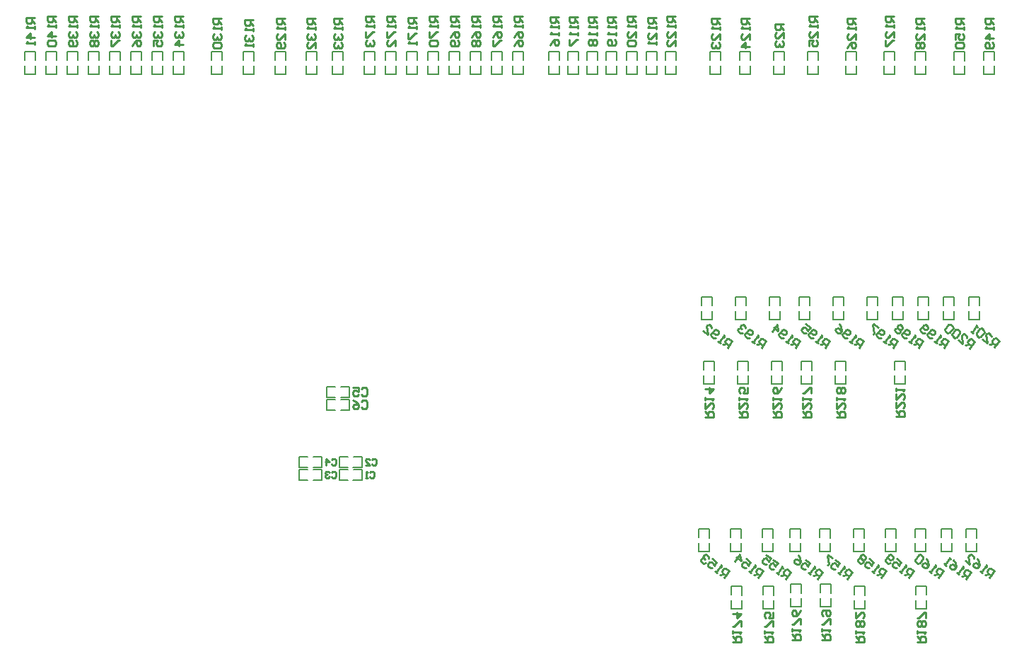
<source format=gbo>
G04*
G04 #@! TF.GenerationSoftware,Altium Limited,Altium Designer,22.3.1 (43)*
G04*
G04 Layer_Color=32896*
%FSLAX25Y25*%
%MOIN*%
G70*
G04*
G04 #@! TF.SameCoordinates,60FF7B14-72D9-4FEE-8752-AF75FF6C3092*
G04*
G04*
G04 #@! TF.FilePolarity,Positive*
G04*
G01*
G75*
%ADD11C,0.01000*%
%ADD12C,0.00500*%
D11*
X483001Y173336D02*
X486999D01*
Y175335D01*
X486333Y176001D01*
X485000D01*
X484334Y175335D01*
Y173336D01*
Y174668D02*
X483001Y176001D01*
Y180000D02*
Y177334D01*
X485666Y180000D01*
X486333D01*
X486999Y179333D01*
Y178001D01*
X486333Y177334D01*
X483001Y183999D02*
Y181333D01*
X485666Y183999D01*
X486333D01*
X486999Y183332D01*
Y181999D01*
X486333Y181333D01*
X483001Y185332D02*
Y186664D01*
Y185998D01*
X486999D01*
X486333Y185332D01*
X455001Y173002D02*
X458999D01*
Y175002D01*
X458333Y175668D01*
X457000D01*
X456333Y175002D01*
Y173002D01*
Y174335D02*
X455001Y175668D01*
Y179667D02*
Y177001D01*
X457666Y179667D01*
X458333D01*
X458999Y179000D01*
Y177667D01*
X458333Y177001D01*
X455001Y181000D02*
Y182333D01*
Y181666D01*
X458999D01*
X458333Y181000D01*
Y184332D02*
X458999Y184998D01*
Y186331D01*
X458333Y186998D01*
X457666D01*
X457000Y186331D01*
X456333Y186998D01*
X455667D01*
X455001Y186331D01*
Y184998D01*
X455667Y184332D01*
X456333D01*
X457000Y184998D01*
X457666Y184332D01*
X458333D01*
X457000Y184998D02*
Y186331D01*
X439001Y173002D02*
X442999D01*
Y175002D01*
X442333Y175668D01*
X441000D01*
X440334Y175002D01*
Y173002D01*
Y174335D02*
X439001Y175668D01*
Y179667D02*
Y177001D01*
X441666Y179667D01*
X442333D01*
X442999Y179000D01*
Y177667D01*
X442333Y177001D01*
X439001Y181000D02*
Y182333D01*
Y181666D01*
X442999D01*
X442333Y181000D01*
X442999Y184332D02*
Y186998D01*
X442333D01*
X439667Y184332D01*
X439001D01*
X425001Y173002D02*
X428999D01*
Y175002D01*
X428333Y175668D01*
X427000D01*
X426334Y175002D01*
Y173002D01*
Y174335D02*
X425001Y175668D01*
Y179667D02*
Y177001D01*
X427666Y179667D01*
X428333D01*
X428999Y179000D01*
Y177667D01*
X428333Y177001D01*
X425001Y181000D02*
Y182333D01*
Y181666D01*
X428999D01*
X428333Y181000D01*
X428999Y186998D02*
X428333Y185665D01*
X427000Y184332D01*
X425667D01*
X425001Y184998D01*
Y186331D01*
X425667Y186998D01*
X426334D01*
X427000Y186331D01*
Y184332D01*
X409001Y173002D02*
X412999D01*
Y175002D01*
X412333Y175668D01*
X411000D01*
X410333Y175002D01*
Y173002D01*
Y174335D02*
X409001Y175668D01*
Y179667D02*
Y177001D01*
X411666Y179667D01*
X412333D01*
X412999Y179000D01*
Y177667D01*
X412333Y177001D01*
X409001Y181000D02*
Y182333D01*
Y181666D01*
X412999D01*
X412333Y181000D01*
X412999Y186998D02*
Y184332D01*
X411000D01*
X411666Y185665D01*
Y186331D01*
X411000Y186998D01*
X409667D01*
X409001Y186331D01*
Y184998D01*
X409667Y184332D01*
X393001Y173002D02*
X396999D01*
Y175002D01*
X396333Y175668D01*
X395000D01*
X394334Y175002D01*
Y173002D01*
Y174335D02*
X393001Y175668D01*
Y179667D02*
Y177001D01*
X395666Y179667D01*
X396333D01*
X396999Y179000D01*
Y177667D01*
X396333Y177001D01*
X393001Y181000D02*
Y182333D01*
Y181666D01*
X396999D01*
X396333Y181000D01*
X393001Y186331D02*
X396999D01*
X395000Y184332D01*
Y186998D01*
X529312Y205940D02*
X531606Y209215D01*
X529968Y210362D01*
X529040Y210198D01*
X528275Y209106D01*
X528439Y208178D01*
X530077Y207031D01*
X528985Y207796D02*
X527129Y207469D01*
X523853Y209762D02*
X526037Y208233D01*
X525382Y211946D01*
X525765Y212492D01*
X526693Y212655D01*
X527784Y211891D01*
X527948Y210963D01*
X524673Y213256D02*
X524509Y214185D01*
X523417Y214949D01*
X522489Y214785D01*
X520960Y212602D01*
X521124Y211673D01*
X522215Y210909D01*
X523144Y211073D01*
X524673Y213256D01*
X519486Y212820D02*
X518394Y213585D01*
X518940Y213203D01*
X521233Y216478D01*
X521397Y215550D01*
X517858Y205557D02*
X520152Y208833D01*
X518514Y209980D01*
X517586Y209816D01*
X516821Y208724D01*
X516985Y207796D01*
X518623Y206649D01*
X517531Y207414D02*
X515675Y207086D01*
X512399Y209380D02*
X514583Y207851D01*
X513928Y211564D01*
X514310Y212110D01*
X515239Y212273D01*
X516330Y211509D01*
X516494Y210580D01*
X513219Y212874D02*
X513055Y213802D01*
X511963Y214567D01*
X511035Y214403D01*
X509506Y212220D01*
X509669Y211291D01*
X510761Y210527D01*
X511690Y210690D01*
X513219Y212874D01*
X509943Y215168D02*
X509779Y216096D01*
X508687Y216860D01*
X507759Y216697D01*
X506230Y214513D01*
X506394Y213585D01*
X507486Y212820D01*
X508414Y212984D01*
X509943Y215168D01*
X505585Y205749D02*
X507879Y209024D01*
X506241Y210171D01*
X505313Y210007D01*
X504549Y208915D01*
X504712Y207987D01*
X506350Y206840D01*
X505258Y207605D02*
X503402Y207277D01*
X502310Y208042D02*
X501218Y208807D01*
X501764Y208424D01*
X504058Y211700D01*
X504221Y210772D01*
X499963Y210499D02*
X499034Y210336D01*
X497942Y211100D01*
X497779Y212028D01*
X499308Y214212D01*
X500236Y214376D01*
X501328Y213611D01*
X501491Y212683D01*
X501109Y212137D01*
X500181Y211973D01*
X498543Y213120D01*
X496687Y212793D02*
X495759Y212629D01*
X494667Y213394D01*
X494503Y214322D01*
X496032Y216506D01*
X496960Y216669D01*
X498052Y215905D01*
X498216Y214977D01*
X497834Y214431D01*
X496906Y214267D01*
X495268Y215414D01*
X493585Y205749D02*
X495879Y209024D01*
X494241Y210171D01*
X493313Y210007D01*
X492549Y208915D01*
X492712Y207987D01*
X494350Y206840D01*
X493258Y207605D02*
X491402Y207277D01*
X490310Y208042D02*
X489218Y208807D01*
X489764Y208424D01*
X492058Y211700D01*
X492221Y210772D01*
X487962Y210499D02*
X487034Y210336D01*
X485943Y211100D01*
X485779Y212028D01*
X487308Y214212D01*
X488236Y214376D01*
X489328Y213611D01*
X489492Y212683D01*
X489109Y212137D01*
X488181Y211973D01*
X486543Y213120D01*
X486216Y214977D02*
X486052Y215905D01*
X484961Y216669D01*
X484032Y216506D01*
X483650Y215960D01*
X483814Y215032D01*
X482886Y214868D01*
X482503Y214322D01*
X482667Y213394D01*
X483759Y212629D01*
X484687Y212793D01*
X485069Y213339D01*
X484905Y214267D01*
X485834Y214431D01*
X486216Y214977D01*
X484905Y214267D02*
X483814Y215032D01*
X481585Y205749D02*
X483879Y209024D01*
X482241Y210171D01*
X481313Y210007D01*
X480548Y208915D01*
X480712Y207987D01*
X482350Y206840D01*
X481258Y207605D02*
X479402Y207277D01*
X478310Y208042D02*
X477218Y208807D01*
X477764Y208424D01*
X480057Y211700D01*
X480221Y210772D01*
X475962Y210499D02*
X475034Y210336D01*
X473943Y211100D01*
X473779Y212028D01*
X475308Y214212D01*
X476236Y214376D01*
X477328Y213611D01*
X477492Y212683D01*
X477109Y212137D01*
X476181Y211973D01*
X474543Y213120D01*
X474598Y215523D02*
X472414Y217052D01*
X472032Y216506D01*
X472687Y212793D01*
X472305Y212247D01*
X465585Y205749D02*
X467879Y209024D01*
X466241Y210171D01*
X465313Y210007D01*
X464548Y208915D01*
X464712Y207987D01*
X466350Y206840D01*
X465258Y207605D02*
X463402Y207277D01*
X462310Y208042D02*
X461218Y208807D01*
X461764Y208424D01*
X464057Y211700D01*
X464221Y210772D01*
X459963Y210499D02*
X459034Y210336D01*
X457942Y211100D01*
X457779Y212028D01*
X459308Y214212D01*
X460236Y214376D01*
X461328Y213611D01*
X461491Y212683D01*
X461109Y212137D01*
X460181Y211973D01*
X458543Y213120D01*
X456415Y217052D02*
X457124Y215741D01*
X457451Y213885D01*
X456687Y212793D01*
X455759Y212629D01*
X454667Y213394D01*
X454503Y214322D01*
X454885Y214868D01*
X455814Y215032D01*
X457451Y213885D01*
X449585Y205749D02*
X451879Y209024D01*
X450241Y210171D01*
X449313Y210007D01*
X448549Y208915D01*
X448712Y207987D01*
X450350Y206840D01*
X449258Y207605D02*
X447402Y207277D01*
X446310Y208042D02*
X445218Y208807D01*
X445764Y208424D01*
X448058Y211700D01*
X448221Y210772D01*
X443962Y210499D02*
X443034Y210336D01*
X441943Y211100D01*
X441779Y212028D01*
X443308Y214212D01*
X444236Y214376D01*
X445328Y213611D01*
X445492Y212683D01*
X445109Y212137D01*
X444181Y211973D01*
X442543Y213120D01*
X440414Y217052D02*
X442598Y215523D01*
X441452Y213885D01*
X440742Y215195D01*
X440196Y215577D01*
X439268Y215414D01*
X438503Y214322D01*
X438667Y213394D01*
X439759Y212629D01*
X440687Y212793D01*
X435585Y205749D02*
X437879Y209024D01*
X436241Y210171D01*
X435313Y210007D01*
X434549Y208915D01*
X434712Y207987D01*
X436350Y206840D01*
X435258Y207605D02*
X433402Y207277D01*
X432310Y208042D02*
X431218Y208807D01*
X431764Y208424D01*
X434058Y211700D01*
X434221Y210772D01*
X429962Y210499D02*
X429034Y210336D01*
X427943Y211100D01*
X427779Y212028D01*
X429308Y214212D01*
X430236Y214376D01*
X431328Y213611D01*
X431492Y212683D01*
X431109Y212137D01*
X430181Y211973D01*
X428543Y213120D01*
X424667Y213394D02*
X426961Y216669D01*
X427452Y213885D01*
X425268Y215414D01*
X419585Y205749D02*
X421879Y209024D01*
X420241Y210171D01*
X419313Y210007D01*
X418548Y208915D01*
X418712Y207987D01*
X420350Y206840D01*
X419258Y207605D02*
X417402Y207277D01*
X416310Y208042D02*
X415218Y208807D01*
X415764Y208424D01*
X418057Y211700D01*
X418221Y210772D01*
X413963Y210499D02*
X413034Y210336D01*
X411942Y211100D01*
X411779Y212028D01*
X413308Y214212D01*
X414236Y214376D01*
X415328Y213611D01*
X415491Y212683D01*
X415109Y212137D01*
X414181Y211973D01*
X412543Y213120D01*
X412216Y214977D02*
X412052Y215905D01*
X410960Y216669D01*
X410032Y216506D01*
X409650Y215960D01*
X409814Y215032D01*
X410360Y214649D01*
X409814Y215032D01*
X408885Y214868D01*
X408503Y214322D01*
X408667Y213394D01*
X409759Y212629D01*
X410687Y212793D01*
X403585Y205749D02*
X405879Y209024D01*
X404241Y210171D01*
X403313Y210007D01*
X402549Y208915D01*
X402712Y207987D01*
X404350Y206840D01*
X403258Y207605D02*
X401402Y207277D01*
X400310Y208042D02*
X399218Y208807D01*
X399764Y208424D01*
X402058Y211700D01*
X402221Y210772D01*
X397962Y210499D02*
X397034Y210336D01*
X395942Y211100D01*
X395779Y212028D01*
X397308Y214212D01*
X398236Y214376D01*
X399328Y213611D01*
X399492Y212683D01*
X399109Y212137D01*
X398181Y211973D01*
X396543Y213120D01*
X392121Y213776D02*
X394305Y212247D01*
X393650Y215960D01*
X394032Y216506D01*
X394960Y216669D01*
X396052Y215905D01*
X396216Y214977D01*
X493001Y67002D02*
X496999D01*
Y69002D01*
X496333Y69668D01*
X495000D01*
X494334Y69002D01*
Y67002D01*
Y68335D02*
X493001Y69668D01*
Y71001D02*
Y72334D01*
Y71667D01*
X496999D01*
X496333Y71001D01*
Y74333D02*
X496999Y75000D01*
Y76333D01*
X496333Y76999D01*
X495666D01*
X495000Y76333D01*
X494334Y76999D01*
X493667D01*
X493001Y76333D01*
Y75000D01*
X493667Y74333D01*
X494334D01*
X495000Y75000D01*
X495666Y74333D01*
X496333D01*
X495000Y75000D02*
Y76333D01*
X496999Y78332D02*
Y80998D01*
X496333D01*
X493667Y78332D01*
X493001D01*
X464001Y67002D02*
X467999D01*
Y69002D01*
X467333Y69668D01*
X466000D01*
X465334Y69002D01*
Y67002D01*
Y68335D02*
X464001Y69668D01*
Y71001D02*
Y72334D01*
Y71667D01*
X467999D01*
X467333Y71001D01*
Y74333D02*
X467999Y75000D01*
Y76333D01*
X467333Y76999D01*
X466666D01*
X466000Y76333D01*
X465334Y76999D01*
X464667D01*
X464001Y76333D01*
Y75000D01*
X464667Y74333D01*
X465334D01*
X466000Y75000D01*
X466666Y74333D01*
X467333D01*
X466000Y75000D02*
Y76333D01*
X464001Y80998D02*
Y78332D01*
X466666Y80998D01*
X467333D01*
X467999Y80331D01*
Y78998D01*
X467333Y78332D01*
X448001Y68002D02*
X451999D01*
Y70002D01*
X451333Y70668D01*
X450000D01*
X449334Y70002D01*
Y68002D01*
Y69335D02*
X448001Y70668D01*
Y72001D02*
Y73334D01*
Y72667D01*
X451999D01*
X451333Y72001D01*
X451999Y75333D02*
Y77999D01*
X451333D01*
X448667Y75333D01*
X448001D01*
X448667Y79332D02*
X448001Y79998D01*
Y81331D01*
X448667Y81998D01*
X451333D01*
X451999Y81331D01*
Y79998D01*
X451333Y79332D01*
X450666D01*
X450000Y79998D01*
Y81998D01*
X434001Y68002D02*
X437999D01*
Y70002D01*
X437333Y70668D01*
X436000D01*
X435333Y70002D01*
Y68002D01*
Y69335D02*
X434001Y70668D01*
Y72001D02*
Y73334D01*
Y72667D01*
X437999D01*
X437333Y72001D01*
X437999Y75333D02*
Y77999D01*
X437333D01*
X434667Y75333D01*
X434001D01*
X437999Y81998D02*
X437333Y80665D01*
X436000Y79332D01*
X434667D01*
X434001Y79998D01*
Y81331D01*
X434667Y81998D01*
X435333D01*
X436000Y81331D01*
Y79332D01*
X421001Y67002D02*
X424999D01*
Y69002D01*
X424333Y69668D01*
X423000D01*
X422333Y69002D01*
Y67002D01*
Y68335D02*
X421001Y69668D01*
Y71001D02*
Y72334D01*
Y71667D01*
X424999D01*
X424333Y71001D01*
X424999Y74333D02*
Y76999D01*
X424333D01*
X421667Y74333D01*
X421001D01*
X424999Y80998D02*
Y78332D01*
X423000D01*
X423666Y79665D01*
Y80331D01*
X423000Y80998D01*
X421667D01*
X421001Y80331D01*
Y78998D01*
X421667Y78332D01*
X406001Y67002D02*
X409999D01*
Y69002D01*
X409333Y69668D01*
X408000D01*
X407334Y69002D01*
Y67002D01*
Y68335D02*
X406001Y69668D01*
Y71001D02*
Y72334D01*
Y71667D01*
X409999D01*
X409333Y71001D01*
X409999Y74333D02*
Y76999D01*
X409333D01*
X406667Y74333D01*
X406001D01*
Y80331D02*
X409999D01*
X408000Y78332D01*
Y80998D01*
X236999Y361998D02*
X233001D01*
Y359998D01*
X233667Y359332D01*
X235000D01*
X235666Y359998D01*
Y361998D01*
Y360665D02*
X236999Y359332D01*
Y357999D02*
Y356666D01*
Y357333D01*
X233001D01*
X233667Y357999D01*
X233001Y354667D02*
Y352001D01*
X233667D01*
X236333Y354667D01*
X236999D01*
X233667Y350668D02*
X233001Y350002D01*
Y348669D01*
X233667Y348002D01*
X234333D01*
X235000Y348669D01*
Y349335D01*
Y348669D01*
X235666Y348002D01*
X236333D01*
X236999Y348669D01*
Y350002D01*
X236333Y350668D01*
X246999Y361998D02*
X243001D01*
Y359998D01*
X243667Y359332D01*
X245000D01*
X245666Y359998D01*
Y361998D01*
Y360665D02*
X246999Y359332D01*
Y357999D02*
Y356666D01*
Y357333D01*
X243001D01*
X243667Y357999D01*
X243001Y354667D02*
Y352001D01*
X243667D01*
X246333Y354667D01*
X246999D01*
Y348002D02*
Y350668D01*
X244334Y348002D01*
X243667D01*
X243001Y348669D01*
Y350002D01*
X243667Y350668D01*
X256999Y361331D02*
X253001D01*
Y359332D01*
X253667Y358665D01*
X255000D01*
X255666Y359332D01*
Y361331D01*
Y359998D02*
X256999Y358665D01*
Y357333D02*
Y356000D01*
Y356666D01*
X253001D01*
X253667Y357333D01*
X253001Y354000D02*
Y351335D01*
X253667D01*
X256333Y354000D01*
X256999D01*
Y350002D02*
Y348669D01*
Y349335D01*
X253001D01*
X253667Y350002D01*
X266999Y361998D02*
X263001D01*
Y359998D01*
X263667Y359332D01*
X265000D01*
X265666Y359998D01*
Y361998D01*
Y360665D02*
X266999Y359332D01*
Y357999D02*
Y356666D01*
Y357333D01*
X263001D01*
X263667Y357999D01*
X263001Y354667D02*
Y352001D01*
X263667D01*
X266333Y354667D01*
X266999D01*
X263667Y350668D02*
X263001Y350002D01*
Y348669D01*
X263667Y348002D01*
X266333D01*
X266999Y348669D01*
Y350002D01*
X266333Y350668D01*
X263667D01*
X276999Y361998D02*
X273001D01*
Y359998D01*
X273667Y359332D01*
X275000D01*
X275666Y359998D01*
Y361998D01*
Y360665D02*
X276999Y359332D01*
Y357999D02*
Y356666D01*
Y357333D01*
X273001D01*
X273667Y357999D01*
X273001Y352001D02*
X273667Y353334D01*
X275000Y354667D01*
X276333D01*
X276999Y354000D01*
Y352667D01*
X276333Y352001D01*
X275666D01*
X275000Y352667D01*
Y354667D01*
X276333Y350668D02*
X276999Y350002D01*
Y348669D01*
X276333Y348002D01*
X273667D01*
X273001Y348669D01*
Y350002D01*
X273667Y350668D01*
X274334D01*
X275000Y350002D01*
Y348002D01*
X286999Y361998D02*
X283001D01*
Y359998D01*
X283667Y359332D01*
X285000D01*
X285666Y359998D01*
Y361998D01*
Y360665D02*
X286999Y359332D01*
Y357999D02*
Y356666D01*
Y357333D01*
X283001D01*
X283667Y357999D01*
X283001Y352001D02*
X283667Y353334D01*
X285000Y354667D01*
X286333D01*
X286999Y354000D01*
Y352667D01*
X286333Y352001D01*
X285666D01*
X285000Y352667D01*
Y354667D01*
X283667Y350668D02*
X283001Y350002D01*
Y348669D01*
X283667Y348002D01*
X284333D01*
X285000Y348669D01*
X285666Y348002D01*
X286333D01*
X286999Y348669D01*
Y350002D01*
X286333Y350668D01*
X285666D01*
X285000Y350002D01*
X284333Y350668D01*
X283667D01*
X285000Y350002D02*
Y348669D01*
X296999Y361998D02*
X293001D01*
Y359998D01*
X293667Y359332D01*
X295000D01*
X295666Y359998D01*
Y361998D01*
Y360665D02*
X296999Y359332D01*
Y357999D02*
Y356666D01*
Y357333D01*
X293001D01*
X293667Y357999D01*
X293001Y352001D02*
X293667Y353334D01*
X295000Y354667D01*
X296333D01*
X296999Y354000D01*
Y352667D01*
X296333Y352001D01*
X295666D01*
X295000Y352667D01*
Y354667D01*
X293001Y350668D02*
Y348002D01*
X293667D01*
X296333Y350668D01*
X296999D01*
X306999Y361998D02*
X303001D01*
Y359998D01*
X303667Y359332D01*
X305000D01*
X305666Y359998D01*
Y361998D01*
Y360665D02*
X306999Y359332D01*
Y357999D02*
Y356666D01*
Y357333D01*
X303001D01*
X303667Y357999D01*
X303001Y352001D02*
X303667Y353334D01*
X305000Y354667D01*
X306333D01*
X306999Y354000D01*
Y352667D01*
X306333Y352001D01*
X305666D01*
X305000Y352667D01*
Y354667D01*
X303001Y348002D02*
X303667Y349335D01*
X305000Y350668D01*
X306333D01*
X306999Y350002D01*
Y348669D01*
X306333Y348002D01*
X305666D01*
X305000Y348669D01*
Y350668D01*
X527160Y97348D02*
X529454Y100624D01*
X527816Y101771D01*
X526888Y101607D01*
X526123Y100515D01*
X526287Y99587D01*
X527925Y98440D01*
X526833Y99205D02*
X524976Y98878D01*
X523885Y99642D02*
X522793Y100407D01*
X523339Y100024D01*
X525632Y103300D01*
X525796Y102372D01*
X521265Y106358D02*
X521975Y105048D01*
X522302Y103191D01*
X521537Y102099D01*
X520609Y101936D01*
X519517Y102700D01*
X519354Y103628D01*
X519736Y104174D01*
X520664Y104338D01*
X522302Y103191D01*
X515696Y105376D02*
X517879Y103847D01*
X517225Y107560D01*
X517607Y108106D01*
X518535Y108269D01*
X519627Y107505D01*
X519791Y106577D01*
X516114Y96731D02*
X518408Y100006D01*
X516770Y101153D01*
X515842Y100989D01*
X515077Y99898D01*
X515241Y98969D01*
X516879Y97823D01*
X515787Y98587D02*
X513931Y98260D01*
X512839Y99024D02*
X511747Y99789D01*
X512293Y99407D01*
X514586Y102682D01*
X514750Y101754D01*
X510219Y105740D02*
X510929Y104430D01*
X511256Y102573D01*
X510491Y101481D01*
X509563Y101318D01*
X508471Y102082D01*
X508308Y103011D01*
X508690Y103557D01*
X509618Y103720D01*
X511256Y102573D01*
X506834Y103229D02*
X505742Y103994D01*
X506288Y103611D01*
X508581Y106887D01*
X508745Y105959D01*
X503160Y97348D02*
X505454Y100624D01*
X503816Y101771D01*
X502888Y101607D01*
X502123Y100515D01*
X502287Y99587D01*
X503925Y98440D01*
X502833Y99205D02*
X500977Y98878D01*
X499885Y99642D02*
X498793Y100407D01*
X499339Y100024D01*
X501632Y103300D01*
X501796Y102372D01*
X497265Y106358D02*
X497974Y105048D01*
X498302Y103191D01*
X497537Y102099D01*
X496609Y101936D01*
X495517Y102700D01*
X495354Y103628D01*
X495736Y104174D01*
X496664Y104338D01*
X498302Y103191D01*
X495791Y106577D02*
X495627Y107505D01*
X494535Y108269D01*
X493607Y108106D01*
X492078Y105922D01*
X492242Y104994D01*
X493334Y104229D01*
X494262Y104393D01*
X495791Y106577D01*
X489160Y97348D02*
X491454Y100624D01*
X489816Y101771D01*
X488888Y101607D01*
X488123Y100515D01*
X488287Y99587D01*
X489925Y98440D01*
X488833Y99205D02*
X486976Y98878D01*
X485885Y99642D02*
X484793Y100407D01*
X485339Y100024D01*
X487632Y103300D01*
X487796Y102372D01*
X483265Y106358D02*
X485449Y104829D01*
X484302Y103191D01*
X483592Y104502D01*
X483046Y104884D01*
X482118Y104720D01*
X481354Y103628D01*
X481517Y102700D01*
X482609Y101936D01*
X483537Y102099D01*
X480262Y104393D02*
X479334Y104229D01*
X478242Y104994D01*
X478078Y105922D01*
X479607Y108106D01*
X480535Y108269D01*
X481627Y107505D01*
X481791Y106577D01*
X481409Y106031D01*
X480480Y105867D01*
X478843Y107014D01*
X476160Y97348D02*
X478454Y100624D01*
X476816Y101771D01*
X475888Y101607D01*
X475123Y100515D01*
X475287Y99587D01*
X476925Y98440D01*
X475833Y99205D02*
X473977Y98878D01*
X472885Y99642D02*
X471793Y100407D01*
X472339Y100024D01*
X474632Y103300D01*
X474796Y102372D01*
X470265Y106358D02*
X472449Y104829D01*
X471302Y103191D01*
X470592Y104502D01*
X470046Y104884D01*
X469118Y104720D01*
X468354Y103628D01*
X468517Y102700D01*
X469609Y101936D01*
X470537Y102099D01*
X468791Y106577D02*
X468627Y107505D01*
X467535Y108269D01*
X466607Y108106D01*
X466225Y107560D01*
X466389Y106632D01*
X465460Y106468D01*
X465078Y105922D01*
X465242Y104994D01*
X466334Y104229D01*
X467262Y104393D01*
X467644Y104939D01*
X467480Y105867D01*
X468408Y106031D01*
X468791Y106577D01*
X467480Y105867D02*
X466389Y106632D01*
X460160Y96848D02*
X462454Y100124D01*
X460816Y101271D01*
X459888Y101107D01*
X459123Y100015D01*
X459287Y99087D01*
X460925Y97940D01*
X459833Y98705D02*
X457976Y98378D01*
X456885Y99142D02*
X455793Y99907D01*
X456339Y99524D01*
X458632Y102800D01*
X458796Y101872D01*
X454265Y105858D02*
X456449Y104329D01*
X455302Y102691D01*
X454592Y104002D01*
X454046Y104384D01*
X453118Y104220D01*
X452354Y103128D01*
X452517Y102200D01*
X453609Y101436D01*
X454537Y101599D01*
X453173Y106623D02*
X450989Y108151D01*
X450607Y107606D01*
X451262Y103893D01*
X450879Y103347D01*
X446160Y96848D02*
X448454Y100124D01*
X446816Y101271D01*
X445888Y101107D01*
X445123Y100015D01*
X445287Y99087D01*
X446925Y97940D01*
X445833Y98705D02*
X443976Y98378D01*
X442885Y99142D02*
X441793Y99907D01*
X442339Y99524D01*
X444632Y102800D01*
X444796Y101872D01*
X440265Y105858D02*
X442449Y104329D01*
X441302Y102691D01*
X440592Y104002D01*
X440046Y104384D01*
X439118Y104220D01*
X438354Y103128D01*
X438517Y102200D01*
X439609Y101436D01*
X440537Y101599D01*
X436989Y108151D02*
X437699Y106841D01*
X438026Y104985D01*
X437262Y103893D01*
X436334Y103729D01*
X435242Y104494D01*
X435078Y105422D01*
X435460Y105968D01*
X436388Y106131D01*
X438026Y104985D01*
X431085Y96848D02*
X433379Y100124D01*
X431741Y101271D01*
X430813Y101107D01*
X430049Y100015D01*
X430212Y99087D01*
X431850Y97940D01*
X430758Y98705D02*
X428902Y98378D01*
X427810Y99142D02*
X426718Y99907D01*
X427264Y99524D01*
X429558Y102800D01*
X429721Y101872D01*
X425190Y105858D02*
X427374Y104329D01*
X426227Y102691D01*
X425517Y104002D01*
X424971Y104384D01*
X424043Y104220D01*
X423279Y103128D01*
X423443Y102200D01*
X424534Y101436D01*
X425462Y101599D01*
X421915Y108151D02*
X424098Y106623D01*
X422952Y104985D01*
X422242Y106295D01*
X421696Y106677D01*
X420768Y106514D01*
X420003Y105422D01*
X420167Y104494D01*
X421259Y103729D01*
X422187Y103893D01*
X418160Y97348D02*
X420454Y100624D01*
X418816Y101771D01*
X417888Y101607D01*
X417123Y100515D01*
X417287Y99587D01*
X418925Y98440D01*
X417833Y99205D02*
X415976Y98878D01*
X414885Y99642D02*
X413793Y100407D01*
X414339Y100024D01*
X416632Y103300D01*
X416796Y102372D01*
X412265Y106358D02*
X414449Y104829D01*
X413302Y103191D01*
X412592Y104502D01*
X412046Y104884D01*
X411118Y104720D01*
X410354Y103628D01*
X410517Y102700D01*
X411609Y101936D01*
X412537Y102099D01*
X407242Y104994D02*
X409535Y108269D01*
X410026Y105485D01*
X407843Y107014D01*
X402160Y97348D02*
X404454Y100624D01*
X402816Y101771D01*
X401888Y101607D01*
X401123Y100515D01*
X401287Y99587D01*
X402925Y98440D01*
X401833Y99205D02*
X399976Y98878D01*
X398885Y99642D02*
X397793Y100407D01*
X398339Y100024D01*
X400632Y103300D01*
X400796Y102372D01*
X396265Y106358D02*
X398449Y104829D01*
X397302Y103191D01*
X396592Y104502D01*
X396046Y104884D01*
X395118Y104720D01*
X394354Y103628D01*
X394517Y102700D01*
X395609Y101936D01*
X396537Y102099D01*
X394791Y106577D02*
X394627Y107505D01*
X393535Y108269D01*
X392607Y108106D01*
X392225Y107560D01*
X392389Y106632D01*
X392934Y106249D01*
X392389Y106632D01*
X391460Y106468D01*
X391078Y105922D01*
X391242Y104994D01*
X392334Y104229D01*
X393262Y104393D01*
X514999Y360998D02*
X511001D01*
Y358998D01*
X511667Y358332D01*
X513000D01*
X513666Y358998D01*
Y360998D01*
Y359665D02*
X514999Y358332D01*
Y356999D02*
Y355666D01*
Y356333D01*
X511001D01*
X511667Y356999D01*
X511001Y351001D02*
Y353667D01*
X513000D01*
X512333Y352334D01*
Y351667D01*
X513000Y351001D01*
X514333D01*
X514999Y351667D01*
Y353000D01*
X514333Y353667D01*
X511667Y349668D02*
X511001Y349002D01*
Y347669D01*
X511667Y347002D01*
X514333D01*
X514999Y347669D01*
Y349002D01*
X514333Y349668D01*
X511667D01*
X528999Y360998D02*
X525001D01*
Y358998D01*
X525667Y358332D01*
X527000D01*
X527666Y358998D01*
Y360998D01*
Y359665D02*
X528999Y358332D01*
Y356999D02*
Y355666D01*
Y356333D01*
X525001D01*
X525667Y356999D01*
X528999Y351667D02*
X525001D01*
X527000Y353667D01*
Y351001D01*
X528333Y349668D02*
X528999Y349002D01*
Y347669D01*
X528333Y347002D01*
X525667D01*
X525001Y347669D01*
Y349002D01*
X525667Y349668D01*
X526334D01*
X527000Y349002D01*
Y347002D01*
X76999Y361331D02*
X73001D01*
Y359332D01*
X73667Y358665D01*
X75000D01*
X75666Y359332D01*
Y361331D01*
Y359998D02*
X76999Y358665D01*
Y357333D02*
Y356000D01*
Y356666D01*
X73001D01*
X73667Y357333D01*
X76999Y352001D02*
X73001D01*
X75000Y354000D01*
Y351335D01*
X76999Y350002D02*
Y348669D01*
Y349335D01*
X73001D01*
X73667Y350002D01*
X86999Y361998D02*
X83001D01*
Y359998D01*
X83667Y359332D01*
X85000D01*
X85666Y359998D01*
Y361998D01*
Y360665D02*
X86999Y359332D01*
Y357999D02*
Y356666D01*
Y357333D01*
X83001D01*
X83667Y357999D01*
X86999Y352667D02*
X83001D01*
X85000Y354667D01*
Y352001D01*
X83667Y350668D02*
X83001Y350002D01*
Y348669D01*
X83667Y348002D01*
X86333D01*
X86999Y348669D01*
Y350002D01*
X86333Y350668D01*
X83667D01*
X96999Y361998D02*
X93001D01*
Y359998D01*
X93667Y359332D01*
X95000D01*
X95666Y359998D01*
Y361998D01*
Y360665D02*
X96999Y359332D01*
Y357999D02*
Y356666D01*
Y357333D01*
X93001D01*
X93667Y357999D01*
Y354667D02*
X93001Y354000D01*
Y352667D01*
X93667Y352001D01*
X94333D01*
X95000Y352667D01*
Y353334D01*
Y352667D01*
X95666Y352001D01*
X96333D01*
X96999Y352667D01*
Y354000D01*
X96333Y354667D01*
Y350668D02*
X96999Y350002D01*
Y348669D01*
X96333Y348002D01*
X93667D01*
X93001Y348669D01*
Y350002D01*
X93667Y350668D01*
X94333D01*
X95000Y350002D01*
Y348002D01*
X106999Y361998D02*
X103001D01*
Y359998D01*
X103667Y359332D01*
X105000D01*
X105666Y359998D01*
Y361998D01*
Y360665D02*
X106999Y359332D01*
Y357999D02*
Y356666D01*
Y357333D01*
X103001D01*
X103667Y357999D01*
Y354667D02*
X103001Y354000D01*
Y352667D01*
X103667Y352001D01*
X104333D01*
X105000Y352667D01*
Y353334D01*
Y352667D01*
X105666Y352001D01*
X106333D01*
X106999Y352667D01*
Y354000D01*
X106333Y354667D01*
X103667Y350668D02*
X103001Y350002D01*
Y348669D01*
X103667Y348002D01*
X104333D01*
X105000Y348669D01*
X105666Y348002D01*
X106333D01*
X106999Y348669D01*
Y350002D01*
X106333Y350668D01*
X105666D01*
X105000Y350002D01*
X104333Y350668D01*
X103667D01*
X105000Y350002D02*
Y348669D01*
X116999Y361998D02*
X113001D01*
Y359998D01*
X113667Y359332D01*
X115000D01*
X115666Y359998D01*
Y361998D01*
Y360665D02*
X116999Y359332D01*
Y357999D02*
Y356666D01*
Y357333D01*
X113001D01*
X113667Y357999D01*
Y354667D02*
X113001Y354000D01*
Y352667D01*
X113667Y352001D01*
X114333D01*
X115000Y352667D01*
Y353334D01*
Y352667D01*
X115666Y352001D01*
X116333D01*
X116999Y352667D01*
Y354000D01*
X116333Y354667D01*
X113001Y350668D02*
Y348002D01*
X113667D01*
X116333Y350668D01*
X116999D01*
X126999Y361998D02*
X123001D01*
Y359998D01*
X123667Y359332D01*
X125000D01*
X125666Y359998D01*
Y361998D01*
Y360665D02*
X126999Y359332D01*
Y357999D02*
Y356666D01*
Y357333D01*
X123001D01*
X123667Y357999D01*
Y354667D02*
X123001Y354000D01*
Y352667D01*
X123667Y352001D01*
X124334D01*
X125000Y352667D01*
Y353334D01*
Y352667D01*
X125666Y352001D01*
X126333D01*
X126999Y352667D01*
Y354000D01*
X126333Y354667D01*
X123001Y348002D02*
X123667Y349335D01*
X125000Y350668D01*
X126333D01*
X126999Y350002D01*
Y348669D01*
X126333Y348002D01*
X125666D01*
X125000Y348669D01*
Y350668D01*
X136999Y361998D02*
X133001D01*
Y359998D01*
X133667Y359332D01*
X135000D01*
X135666Y359998D01*
Y361998D01*
Y360665D02*
X136999Y359332D01*
Y357999D02*
Y356666D01*
Y357333D01*
X133001D01*
X133667Y357999D01*
Y354667D02*
X133001Y354000D01*
Y352667D01*
X133667Y352001D01*
X134334D01*
X135000Y352667D01*
Y353334D01*
Y352667D01*
X135666Y352001D01*
X136333D01*
X136999Y352667D01*
Y354000D01*
X136333Y354667D01*
X133001Y348002D02*
Y350668D01*
X135000D01*
X134334Y349335D01*
Y348669D01*
X135000Y348002D01*
X136333D01*
X136999Y348669D01*
Y350002D01*
X136333Y350668D01*
X146999Y361998D02*
X143001D01*
Y359998D01*
X143667Y359332D01*
X145000D01*
X145666Y359998D01*
Y361998D01*
Y360665D02*
X146999Y359332D01*
Y357999D02*
Y356666D01*
Y357333D01*
X143001D01*
X143667Y357999D01*
Y354667D02*
X143001Y354000D01*
Y352667D01*
X143667Y352001D01*
X144334D01*
X145000Y352667D01*
Y353334D01*
Y352667D01*
X145666Y352001D01*
X146333D01*
X146999Y352667D01*
Y354000D01*
X146333Y354667D01*
X146999Y348669D02*
X143001D01*
X145000Y350668D01*
Y348002D01*
X221999Y360998D02*
X218001D01*
Y358998D01*
X218667Y358332D01*
X220000D01*
X220666Y358998D01*
Y360998D01*
Y359665D02*
X221999Y358332D01*
Y356999D02*
Y355666D01*
Y356333D01*
X218001D01*
X218667Y356999D01*
Y353667D02*
X218001Y353000D01*
Y351667D01*
X218667Y351001D01*
X219334D01*
X220000Y351667D01*
Y352334D01*
Y351667D01*
X220666Y351001D01*
X221333D01*
X221999Y351667D01*
Y353000D01*
X221333Y353667D01*
X218667Y349668D02*
X218001Y349002D01*
Y347669D01*
X218667Y347002D01*
X219334D01*
X220000Y347669D01*
Y348335D01*
Y347669D01*
X220666Y347002D01*
X221333D01*
X221999Y347669D01*
Y349002D01*
X221333Y349668D01*
X209499Y360998D02*
X205501D01*
Y358998D01*
X206167Y358332D01*
X207500D01*
X208166Y358998D01*
Y360998D01*
Y359665D02*
X209499Y358332D01*
Y356999D02*
Y355666D01*
Y356333D01*
X205501D01*
X206167Y356999D01*
Y353667D02*
X205501Y353000D01*
Y351667D01*
X206167Y351001D01*
X206834D01*
X207500Y351667D01*
Y352334D01*
Y351667D01*
X208166Y351001D01*
X208833D01*
X209499Y351667D01*
Y353000D01*
X208833Y353667D01*
X209499Y347002D02*
Y349668D01*
X206834Y347002D01*
X206167D01*
X205501Y347669D01*
Y349002D01*
X206167Y349668D01*
X179999Y360331D02*
X176001D01*
Y358332D01*
X176667Y357665D01*
X178000D01*
X178666Y358332D01*
Y360331D01*
Y358998D02*
X179999Y357665D01*
Y356333D02*
Y355000D01*
Y355666D01*
X176001D01*
X176667Y356333D01*
Y353000D02*
X176001Y352334D01*
Y351001D01*
X176667Y350335D01*
X177333D01*
X178000Y351001D01*
Y351667D01*
Y351001D01*
X178666Y350335D01*
X179333D01*
X179999Y351001D01*
Y352334D01*
X179333Y353000D01*
X179999Y349002D02*
Y347669D01*
Y348335D01*
X176001D01*
X176667Y349002D01*
X164999Y360998D02*
X161001D01*
Y358998D01*
X161667Y358332D01*
X163000D01*
X163666Y358998D01*
Y360998D01*
Y359665D02*
X164999Y358332D01*
Y356999D02*
Y355666D01*
Y356333D01*
X161001D01*
X161667Y356999D01*
Y353667D02*
X161001Y353000D01*
Y351667D01*
X161667Y351001D01*
X162334D01*
X163000Y351667D01*
Y352334D01*
Y351667D01*
X163666Y351001D01*
X164333D01*
X164999Y351667D01*
Y353000D01*
X164333Y353667D01*
X161667Y349668D02*
X161001Y349002D01*
Y347669D01*
X161667Y347002D01*
X164333D01*
X164999Y347669D01*
Y349002D01*
X164333Y349668D01*
X161667D01*
X194999Y360998D02*
X191001D01*
Y358998D01*
X191667Y358332D01*
X193000D01*
X193666Y358998D01*
Y360998D01*
Y359665D02*
X194999Y358332D01*
Y356999D02*
Y355666D01*
Y356333D01*
X191001D01*
X191667Y356999D01*
X194999Y351001D02*
Y353667D01*
X192333Y351001D01*
X191667D01*
X191001Y351667D01*
Y353000D01*
X191667Y353667D01*
X194333Y349668D02*
X194999Y349002D01*
Y347669D01*
X194333Y347002D01*
X191667D01*
X191001Y347669D01*
Y349002D01*
X191667Y349668D01*
X192333D01*
X193000Y349002D01*
Y347002D01*
X496499Y360998D02*
X492501D01*
Y358998D01*
X493167Y358332D01*
X494500D01*
X495166Y358998D01*
Y360998D01*
Y359665D02*
X496499Y358332D01*
Y356999D02*
Y355666D01*
Y356333D01*
X492501D01*
X493167Y356999D01*
X496499Y351001D02*
Y353667D01*
X493833Y351001D01*
X493167D01*
X492501Y351667D01*
Y353000D01*
X493167Y353667D01*
Y349668D02*
X492501Y349002D01*
Y347669D01*
X493167Y347002D01*
X493833D01*
X494500Y347669D01*
X495166Y347002D01*
X495833D01*
X496499Y347669D01*
Y349002D01*
X495833Y349668D01*
X495166D01*
X494500Y349002D01*
X493833Y349668D01*
X493167D01*
X494500Y349002D02*
Y347669D01*
X481999Y361998D02*
X478001D01*
Y359998D01*
X478667Y359332D01*
X480000D01*
X480666Y359998D01*
Y361998D01*
Y360665D02*
X481999Y359332D01*
Y357999D02*
Y356666D01*
Y357333D01*
X478001D01*
X478667Y357999D01*
X481999Y352001D02*
Y354667D01*
X479333Y352001D01*
X478667D01*
X478001Y352667D01*
Y354000D01*
X478667Y354667D01*
X478001Y350668D02*
Y348002D01*
X478667D01*
X481333Y350668D01*
X481999D01*
X463999Y360998D02*
X460001D01*
Y358998D01*
X460667Y358332D01*
X462000D01*
X462666Y358998D01*
Y360998D01*
Y359665D02*
X463999Y358332D01*
Y356999D02*
Y355666D01*
Y356333D01*
X460001D01*
X460667Y356999D01*
X463999Y351001D02*
Y353667D01*
X461334Y351001D01*
X460667D01*
X460001Y351667D01*
Y353000D01*
X460667Y353667D01*
X460001Y347002D02*
X460667Y348335D01*
X462000Y349668D01*
X463333D01*
X463999Y349002D01*
Y347669D01*
X463333Y347002D01*
X462666D01*
X462000Y347669D01*
Y349668D01*
X445999Y361998D02*
X442001D01*
Y359998D01*
X442667Y359332D01*
X444000D01*
X444666Y359998D01*
Y361998D01*
Y360665D02*
X445999Y359332D01*
Y357999D02*
Y356666D01*
Y357333D01*
X442001D01*
X442667Y357999D01*
X445999Y352001D02*
Y354667D01*
X443333Y352001D01*
X442667D01*
X442001Y352667D01*
Y354000D01*
X442667Y354667D01*
X442001Y348002D02*
Y350668D01*
X444000D01*
X443333Y349335D01*
Y348669D01*
X444000Y348002D01*
X445333D01*
X445999Y348669D01*
Y350002D01*
X445333Y350668D01*
X413999Y360998D02*
X410001D01*
Y358998D01*
X410667Y358332D01*
X412000D01*
X412666Y358998D01*
Y360998D01*
Y359665D02*
X413999Y358332D01*
Y356999D02*
Y355666D01*
Y356333D01*
X410001D01*
X410667Y356999D01*
X413999Y351001D02*
Y353667D01*
X411334Y351001D01*
X410667D01*
X410001Y351667D01*
Y353000D01*
X410667Y353667D01*
X413999Y347669D02*
X410001D01*
X412000Y349668D01*
Y347002D01*
X399999Y360998D02*
X396001D01*
Y358998D01*
X396667Y358332D01*
X398000D01*
X398666Y358998D01*
Y360998D01*
Y359665D02*
X399999Y358332D01*
Y356999D02*
Y355666D01*
Y356333D01*
X396001D01*
X396667Y356999D01*
X399999Y351001D02*
Y353667D01*
X397334Y351001D01*
X396667D01*
X396001Y351667D01*
Y353000D01*
X396667Y353667D01*
Y349668D02*
X396001Y349002D01*
Y347669D01*
X396667Y347002D01*
X397334D01*
X398000Y347669D01*
Y348335D01*
Y347669D01*
X398666Y347002D01*
X399333D01*
X399999Y347669D01*
Y349002D01*
X399333Y349668D01*
X378999Y361998D02*
X375001D01*
Y359998D01*
X375667Y359332D01*
X377000D01*
X377666Y359998D01*
Y361998D01*
Y360665D02*
X378999Y359332D01*
Y357999D02*
Y356666D01*
Y357333D01*
X375001D01*
X375667Y357999D01*
X378999Y352001D02*
Y354667D01*
X376333Y352001D01*
X375667D01*
X375001Y352667D01*
Y354000D01*
X375667Y354667D01*
X378999Y348002D02*
Y350668D01*
X376333Y348002D01*
X375667D01*
X375001Y348669D01*
Y350002D01*
X375667Y350668D01*
X369999Y361331D02*
X366001D01*
Y359332D01*
X366667Y358665D01*
X368000D01*
X368666Y359332D01*
Y361331D01*
Y359998D02*
X369999Y358665D01*
Y357333D02*
Y356000D01*
Y356666D01*
X366001D01*
X366667Y357333D01*
X369999Y351335D02*
Y354000D01*
X367334Y351335D01*
X366667D01*
X366001Y352001D01*
Y353334D01*
X366667Y354000D01*
X369999Y350002D02*
Y348669D01*
Y349335D01*
X366001D01*
X366667Y350002D01*
X360499Y361998D02*
X356501D01*
Y359998D01*
X357167Y359332D01*
X358500D01*
X359166Y359998D01*
Y361998D01*
Y360665D02*
X360499Y359332D01*
Y357999D02*
Y356666D01*
Y357333D01*
X356501D01*
X357167Y357999D01*
X360499Y352001D02*
Y354667D01*
X357834Y352001D01*
X357167D01*
X356501Y352667D01*
Y354000D01*
X357167Y354667D01*
Y350668D02*
X356501Y350002D01*
Y348669D01*
X357167Y348002D01*
X359833D01*
X360499Y348669D01*
Y350002D01*
X359833Y350668D01*
X357167D01*
X350999Y361665D02*
X347001D01*
Y359665D01*
X347667Y358999D01*
X349000D01*
X349666Y359665D01*
Y361665D01*
Y360332D02*
X350999Y358999D01*
Y357666D02*
Y356333D01*
Y356999D01*
X347001D01*
X347667Y357666D01*
X350999Y354333D02*
Y353001D01*
Y353667D01*
X347001D01*
X347667Y354333D01*
X350333Y351001D02*
X350999Y350335D01*
Y349002D01*
X350333Y348336D01*
X347667D01*
X347001Y349002D01*
Y350335D01*
X347667Y351001D01*
X348334D01*
X349000Y350335D01*
Y348336D01*
X341999Y361665D02*
X338001D01*
Y359665D01*
X338667Y358999D01*
X340000D01*
X340666Y359665D01*
Y361665D01*
Y360332D02*
X341999Y358999D01*
Y357666D02*
Y356333D01*
Y356999D01*
X338001D01*
X338667Y357666D01*
X341999Y354333D02*
Y353001D01*
Y353667D01*
X338001D01*
X338667Y354333D01*
Y351001D02*
X338001Y350335D01*
Y349002D01*
X338667Y348336D01*
X339334D01*
X340000Y349002D01*
X340666Y348336D01*
X341333D01*
X341999Y349002D01*
Y350335D01*
X341333Y351001D01*
X340666D01*
X340000Y350335D01*
X339334Y351001D01*
X338667D01*
X340000Y350335D02*
Y349002D01*
X332999Y361665D02*
X329001D01*
Y359665D01*
X329667Y358999D01*
X331000D01*
X331666Y359665D01*
Y361665D01*
Y360332D02*
X332999Y358999D01*
Y357666D02*
Y356333D01*
Y356999D01*
X329001D01*
X329667Y357666D01*
X332999Y354333D02*
Y353001D01*
Y353667D01*
X329001D01*
X329667Y354333D01*
X329001Y351001D02*
Y348336D01*
X329667D01*
X332333Y351001D01*
X332999D01*
X323999Y361665D02*
X320001D01*
Y359665D01*
X320667Y358999D01*
X322000D01*
X322666Y359665D01*
Y361665D01*
Y360332D02*
X323999Y358999D01*
Y357666D02*
Y356333D01*
Y356999D01*
X320001D01*
X320667Y357666D01*
X323999Y354333D02*
Y353001D01*
Y353667D01*
X320001D01*
X320667Y354333D01*
X320001Y348336D02*
X320667Y349668D01*
X322000Y351001D01*
X323333D01*
X323999Y350335D01*
Y349002D01*
X323333Y348336D01*
X322666D01*
X322000Y349002D01*
Y351001D01*
X429999Y358332D02*
X426001D01*
Y356332D01*
X426667Y355666D01*
X428000D01*
X428666Y356332D01*
Y358332D01*
Y356999D02*
X429999Y355666D01*
Y351667D02*
Y354333D01*
X427333Y351667D01*
X426667D01*
X426001Y352334D01*
Y353666D01*
X426667Y354333D01*
Y350334D02*
X426001Y349668D01*
Y348335D01*
X426667Y347668D01*
X427333D01*
X428000Y348335D01*
Y349001D01*
Y348335D01*
X428666Y347668D01*
X429333D01*
X429999Y348335D01*
Y349668D01*
X429333Y350334D01*
X231166Y180382D02*
X231833Y181048D01*
X233166D01*
X233832Y180382D01*
Y177716D01*
X233166Y177050D01*
X231833D01*
X231166Y177716D01*
X227168Y181048D02*
X228501Y180382D01*
X229834Y179049D01*
Y177716D01*
X229167Y177050D01*
X227834D01*
X227168Y177716D01*
Y178383D01*
X227834Y179049D01*
X229834D01*
X231166Y186382D02*
X231833Y187048D01*
X233166D01*
X233832Y186382D01*
Y183716D01*
X233166Y183050D01*
X231833D01*
X231166Y183716D01*
X227168Y187048D02*
X229834D01*
Y185049D01*
X228501Y185715D01*
X227834D01*
X227168Y185049D01*
Y183716D01*
X227834Y183050D01*
X229167D01*
X229834Y183716D01*
X217000Y153049D02*
X217500Y153549D01*
X218499D01*
X218999Y153049D01*
Y151049D01*
X218499Y150549D01*
X217500D01*
X217000Y151049D01*
X214501Y150549D02*
Y153549D01*
X216000Y152049D01*
X214001D01*
X217000Y147000D02*
X217500Y147500D01*
X218499D01*
X218999Y147000D01*
Y145000D01*
X218499Y144501D01*
X217500D01*
X217000Y145000D01*
X216000Y147000D02*
X215500Y147500D01*
X214501D01*
X214001Y147000D01*
Y146500D01*
X214501Y146000D01*
X215001D01*
X214501D01*
X214001Y145500D01*
Y145000D01*
X214501Y144501D01*
X215500D01*
X216000Y145000D01*
X236000Y153000D02*
X236500Y153499D01*
X237499D01*
X237999Y153000D01*
Y151000D01*
X237499Y150501D01*
X236500D01*
X236000Y151000D01*
X233001Y150501D02*
X235000D01*
X233001Y152500D01*
Y153000D01*
X233501Y153499D01*
X234500D01*
X235000Y153000D01*
X235000Y147000D02*
X235500Y147500D01*
X236500D01*
X236999Y147000D01*
Y145000D01*
X236500Y144501D01*
X235500D01*
X235000Y145000D01*
X234000Y144501D02*
X233001D01*
X233501D01*
Y147500D01*
X234000Y147000D01*
D12*
X529500Y341300D02*
Y345400D01*
X524500D02*
X529500D01*
X524500Y341300D02*
Y345400D01*
Y334600D02*
Y338800D01*
Y334600D02*
X529500D01*
Y338700D01*
X510500Y334600D02*
Y338700D01*
Y334600D02*
X515500D01*
Y338700D01*
Y341200D02*
Y345400D01*
X510500D02*
X515500D01*
X510500Y341300D02*
Y345400D01*
X497000Y341300D02*
Y345400D01*
X492000D02*
X497000D01*
X492000Y341300D02*
Y345400D01*
Y334600D02*
Y338800D01*
Y334600D02*
X497000D01*
Y338700D01*
X482500Y341300D02*
Y345400D01*
X477500D02*
X482500D01*
X477500Y341300D02*
Y345400D01*
Y334600D02*
Y338800D01*
Y334600D02*
X482500D01*
Y338700D01*
X446500Y341300D02*
Y345400D01*
X441500D02*
X446500D01*
X441500Y341300D02*
Y345400D01*
Y334600D02*
Y338800D01*
Y334600D02*
X446500D01*
Y338700D01*
X464500Y341300D02*
Y345400D01*
X459500D02*
X464500D01*
X459500Y341300D02*
Y345400D01*
Y334600D02*
Y338800D01*
Y334600D02*
X464500D01*
Y338700D01*
X430500Y341300D02*
Y345400D01*
X425500D02*
X430500D01*
X425500Y341300D02*
Y345400D01*
Y334600D02*
Y338800D01*
Y334600D02*
X430500D01*
Y338700D01*
X400500Y341300D02*
Y345400D01*
X395500D02*
X400500D01*
X395500Y341300D02*
Y345400D01*
Y334600D02*
Y338800D01*
Y334600D02*
X400500D01*
Y338700D01*
X414500Y341300D02*
Y345400D01*
X409500D02*
X414500D01*
X409500Y341300D02*
Y345400D01*
Y334600D02*
Y338800D01*
Y334600D02*
X414500D01*
Y338700D01*
X361000Y341300D02*
Y345400D01*
X356000D02*
X361000D01*
X356000Y341300D02*
Y345400D01*
Y334600D02*
Y338800D01*
Y334600D02*
X361000D01*
Y338700D01*
X379500Y341300D02*
Y345400D01*
X374500D02*
X379500D01*
X374500Y341300D02*
Y345400D01*
Y334600D02*
Y338800D01*
Y334600D02*
X379500D01*
Y338700D01*
X370500Y341300D02*
Y345400D01*
X365500D02*
X370500D01*
X365500Y341300D02*
Y345400D01*
Y334600D02*
Y338800D01*
Y334600D02*
X370500D01*
Y338700D01*
X351500Y341300D02*
Y345400D01*
X346500D02*
X351500D01*
X346500Y341300D02*
Y345400D01*
Y334600D02*
Y338800D01*
Y334600D02*
X351500D01*
Y338700D01*
X333500Y341300D02*
Y345400D01*
X328500D02*
X333500D01*
X328500Y341300D02*
Y345400D01*
Y334600D02*
Y338800D01*
Y334600D02*
X333500D01*
Y338700D01*
X324500Y341300D02*
Y345400D01*
X319500D02*
X324500D01*
X319500Y341300D02*
Y345400D01*
Y334600D02*
Y338800D01*
Y334600D02*
X324500D01*
Y338700D01*
X342500Y341300D02*
Y345400D01*
X337500D02*
X342500D01*
X337500Y341300D02*
Y345400D01*
Y334600D02*
Y338800D01*
Y334600D02*
X342500D01*
Y338700D01*
X247500Y341300D02*
Y345400D01*
X242500D02*
X247500D01*
X242500Y341300D02*
Y345400D01*
Y334600D02*
Y338800D01*
Y334600D02*
X247500D01*
Y338700D01*
X267500Y341300D02*
Y345400D01*
X262500D02*
X267500D01*
X262500Y341300D02*
Y345400D01*
Y334600D02*
Y338800D01*
Y334600D02*
X267500D01*
Y338700D01*
X257500Y341300D02*
Y345400D01*
X252500D02*
X257500D01*
X252500Y341300D02*
Y345400D01*
Y334600D02*
Y338800D01*
Y334600D02*
X257500D01*
Y338700D01*
X277500Y341300D02*
Y345400D01*
X272500D02*
X277500D01*
X272500Y341300D02*
Y345400D01*
Y334600D02*
Y338800D01*
Y334600D02*
X277500D01*
Y338700D01*
X307500Y341300D02*
Y345400D01*
X302500D02*
X307500D01*
X302500Y341300D02*
Y345400D01*
Y334600D02*
Y338800D01*
Y334600D02*
X307500D01*
Y338700D01*
X297500Y341300D02*
Y345400D01*
X292500D02*
X297500D01*
X292500Y341300D02*
Y345400D01*
Y334600D02*
Y338800D01*
Y334600D02*
X297500D01*
Y338700D01*
X287500Y341300D02*
Y345400D01*
X282500D02*
X287500D01*
X282500Y341300D02*
Y345400D01*
Y334600D02*
Y338800D01*
Y334600D02*
X287500D01*
Y338700D01*
X237500Y341300D02*
Y345400D01*
X232500D02*
X237500D01*
X232500Y341300D02*
Y345400D01*
Y334600D02*
Y338800D01*
Y334600D02*
X237500D01*
Y338700D01*
X165500Y341300D02*
Y345400D01*
X160500D02*
X165500D01*
X160500Y341300D02*
Y345400D01*
Y334600D02*
Y338800D01*
Y334600D02*
X165500D01*
Y338700D01*
X222500Y341300D02*
Y345400D01*
X217500D02*
X222500D01*
X217500Y341300D02*
Y345400D01*
Y334600D02*
Y338800D01*
Y334600D02*
X222500D01*
Y338700D01*
X175500Y334600D02*
Y338700D01*
Y334600D02*
X180500D01*
Y338700D01*
Y341200D02*
Y345400D01*
X175500D02*
X180500D01*
X175500Y341300D02*
Y345400D01*
X195500Y341300D02*
Y345400D01*
X190500D02*
X195500D01*
X190500Y341300D02*
Y345400D01*
Y334600D02*
Y338800D01*
Y334600D02*
X195500D01*
Y338700D01*
X210000Y341300D02*
Y345400D01*
X205000D02*
X210000D01*
X205000Y341300D02*
Y345400D01*
Y334600D02*
Y338800D01*
Y334600D02*
X210000D01*
Y338700D01*
X147500Y341300D02*
Y345400D01*
X142500D02*
X147500D01*
X142500Y341300D02*
Y345400D01*
Y334600D02*
Y338800D01*
Y334600D02*
X147500D01*
Y338700D01*
X137500Y341300D02*
Y345400D01*
X132500D02*
X137500D01*
X132500Y341300D02*
Y345400D01*
Y334600D02*
Y338800D01*
Y334600D02*
X137500D01*
Y338700D01*
X127500Y341300D02*
Y345400D01*
X122500D02*
X127500D01*
X122500Y341300D02*
Y345400D01*
Y334600D02*
Y338800D01*
Y334600D02*
X127500D01*
Y338700D01*
X117500Y341300D02*
Y345400D01*
X112500D02*
X117500D01*
X112500Y341300D02*
Y345400D01*
Y334600D02*
Y338800D01*
Y334600D02*
X117500D01*
Y338700D01*
X77500Y341300D02*
Y345400D01*
X72500D02*
X77500D01*
X72500Y341300D02*
Y345400D01*
Y334600D02*
Y338800D01*
Y334600D02*
X77500D01*
Y338700D01*
X107500Y341300D02*
Y345400D01*
X102500D02*
X107500D01*
X102500Y341300D02*
Y345400D01*
Y334600D02*
Y338800D01*
Y334600D02*
X107500D01*
Y338700D01*
X97500Y341300D02*
Y345400D01*
X92500D02*
X97500D01*
X92500Y341300D02*
Y345400D01*
Y334600D02*
Y338800D01*
Y334600D02*
X97500D01*
Y338700D01*
X87500Y341300D02*
Y345400D01*
X82500D02*
X87500D01*
X82500Y341300D02*
Y345400D01*
Y334600D02*
Y338800D01*
Y334600D02*
X87500D01*
Y338700D01*
X214600Y176500D02*
X218700D01*
X214600D02*
Y181500D01*
X218800D01*
X221300D02*
X225400D01*
Y176500D02*
Y181500D01*
X221300Y176500D02*
X225400D01*
X463500Y82600D02*
Y86700D01*
Y82600D02*
X468500D01*
Y86700D01*
Y89200D02*
Y93400D01*
X463500D02*
X468500D01*
X463500Y89300D02*
Y93400D01*
X433500Y83600D02*
Y87700D01*
Y83600D02*
X438500D01*
Y87700D01*
Y90200D02*
Y94400D01*
X433500D02*
X438500D01*
X433500Y90300D02*
Y94400D01*
X405500Y82600D02*
Y86700D01*
Y82600D02*
X410500D01*
Y86700D01*
Y89200D02*
Y93400D01*
X405500D02*
X410500D01*
X405500Y89300D02*
Y93400D01*
X420500Y82600D02*
Y86700D01*
Y82600D02*
X425500D01*
Y86700D01*
Y89200D02*
Y93400D01*
X420500D02*
X425500D01*
X420500Y89300D02*
Y93400D01*
X497500Y89300D02*
Y93400D01*
X492500D02*
X497500D01*
X492500Y89300D02*
Y93400D01*
Y82600D02*
Y86800D01*
Y82600D02*
X497500D01*
Y86700D01*
X447500Y83600D02*
Y87700D01*
Y83600D02*
X452500D01*
Y87700D01*
Y90200D02*
Y94400D01*
X447500D02*
X452500D01*
X447500Y90300D02*
Y94400D01*
X454500Y188600D02*
Y192700D01*
Y188600D02*
X459500D01*
Y192700D01*
Y195200D02*
Y199400D01*
X454500D02*
X459500D01*
X454500Y195300D02*
Y199400D01*
X487500Y195300D02*
Y199400D01*
X482500D02*
X487500D01*
X482500Y195300D02*
Y199400D01*
Y188600D02*
Y192800D01*
Y188600D02*
X487500D01*
Y192700D01*
X392500Y188600D02*
Y192700D01*
Y188600D02*
X397500D01*
Y192700D01*
Y195200D02*
Y199400D01*
X392500D02*
X397500D01*
X392500Y195300D02*
Y199400D01*
X438500Y188600D02*
Y192700D01*
Y188600D02*
X443500D01*
Y192700D01*
Y195200D02*
Y199400D01*
X438500D02*
X443500D01*
X438500Y195300D02*
Y199400D01*
X424500Y188600D02*
Y192700D01*
Y188600D02*
X429500D01*
Y192700D01*
Y195200D02*
Y199400D01*
X424500D02*
X429500D01*
X424500Y195300D02*
Y199400D01*
X408500Y188600D02*
Y192700D01*
Y188600D02*
X413500D01*
Y192700D01*
Y195200D02*
Y199400D01*
X408500D02*
X413500D01*
X408500Y195300D02*
Y199400D01*
X221300Y182500D02*
X225400D01*
Y187500D01*
X221300D02*
X225400D01*
X214600D02*
X218800D01*
X214600Y182500D02*
Y187500D01*
Y182500D02*
X218700D01*
X208300Y149500D02*
X212400D01*
Y154500D01*
X208300D02*
X212400D01*
X201600D02*
X205800D01*
X201600Y149500D02*
Y154500D01*
Y149500D02*
X205700D01*
X208300Y143500D02*
X212400D01*
Y148500D01*
X208300D02*
X212400D01*
X201600D02*
X205800D01*
X201600Y143500D02*
Y148500D01*
Y143500D02*
X205700D01*
X220600Y154500D02*
X224700D01*
X220600Y149500D02*
Y154500D01*
Y149500D02*
X224700D01*
X227200D02*
X231400D01*
Y154500D01*
X227300D02*
X231400D01*
X220600Y148500D02*
X224700D01*
X220600Y143500D02*
Y148500D01*
Y143500D02*
X224700D01*
X227200D02*
X231400D01*
Y148500D01*
X227300D02*
X231400D01*
X478075Y109600D02*
Y113700D01*
Y109600D02*
X483075D01*
Y113700D01*
Y116200D02*
Y120400D01*
X478075D02*
X483075D01*
X478075Y116300D02*
Y120400D01*
X463075Y109600D02*
Y113700D01*
Y109600D02*
X468075D01*
Y113700D01*
Y116200D02*
Y120400D01*
X463075D02*
X468075D01*
X463075Y116300D02*
Y120400D01*
X516075Y109600D02*
Y113700D01*
Y109600D02*
X521075D01*
Y113700D01*
Y116200D02*
Y120400D01*
X516075D02*
X521075D01*
X516075Y116300D02*
Y120400D01*
X492075Y109600D02*
Y113700D01*
Y109600D02*
X497075D01*
Y113700D01*
Y116200D02*
Y120400D01*
X492075D02*
X497075D01*
X492075Y116300D02*
Y120400D01*
X504575Y109600D02*
Y113700D01*
Y109600D02*
X509575D01*
Y113700D01*
Y116200D02*
Y120400D01*
X504575D02*
X509575D01*
X504575Y116300D02*
Y120400D01*
X405075Y109600D02*
Y113700D01*
Y109600D02*
X410075D01*
Y113700D01*
Y116200D02*
Y120400D01*
X405075D02*
X410075D01*
X405075Y116300D02*
Y120400D01*
X447075Y109600D02*
Y113700D01*
Y109600D02*
X452075D01*
Y113700D01*
Y116200D02*
Y120400D01*
X447075D02*
X452075D01*
X447075Y116300D02*
Y120400D01*
X433075Y109600D02*
Y113700D01*
Y109600D02*
X438075D01*
Y113700D01*
Y116200D02*
Y120400D01*
X433075D02*
X438075D01*
X433075Y116300D02*
Y120400D01*
X420075Y109600D02*
Y113700D01*
Y109600D02*
X425075D01*
Y113700D01*
Y116200D02*
Y120400D01*
X420075D02*
X425075D01*
X420075Y116300D02*
Y120400D01*
X390075Y109600D02*
Y113700D01*
Y109600D02*
X395075D01*
Y113700D01*
Y116200D02*
Y120400D01*
X390075D02*
X395075D01*
X390075Y116300D02*
Y120400D01*
X493500Y219000D02*
Y223100D01*
Y219000D02*
X498500D01*
Y223100D01*
Y225600D02*
Y229800D01*
X493500D02*
X498500D01*
X493500Y225700D02*
Y229800D01*
X481500Y219000D02*
Y223100D01*
Y219000D02*
X486500D01*
Y223100D01*
Y225600D02*
Y229800D01*
X481500D02*
X486500D01*
X481500Y225700D02*
Y229800D01*
X505500Y219000D02*
Y223100D01*
Y219000D02*
X510500D01*
Y223100D01*
Y225600D02*
Y229800D01*
X505500D02*
X510500D01*
X505500Y225700D02*
Y229800D01*
X517500Y219000D02*
Y223100D01*
Y219000D02*
X522500D01*
Y223100D01*
Y225600D02*
Y229800D01*
X517500D02*
X522500D01*
X517500Y225700D02*
Y229800D01*
X391500Y219000D02*
Y223100D01*
Y219000D02*
X396500D01*
Y223100D01*
Y225600D02*
Y229800D01*
X391500D02*
X396500D01*
X391500Y225700D02*
Y229800D01*
X423500Y219000D02*
Y223100D01*
Y219000D02*
X428500D01*
Y223100D01*
Y225600D02*
Y229800D01*
X423500D02*
X428500D01*
X423500Y225700D02*
Y229800D01*
X407500Y219000D02*
Y223100D01*
Y219000D02*
X412500D01*
Y223100D01*
Y225600D02*
Y229800D01*
X407500D02*
X412500D01*
X407500Y225700D02*
Y229800D01*
X437500Y219000D02*
Y223100D01*
Y219000D02*
X442500D01*
Y223100D01*
Y225600D02*
Y229800D01*
X437500D02*
X442500D01*
X437500Y225700D02*
Y229800D01*
X453500Y219000D02*
Y223100D01*
Y219000D02*
X458500D01*
Y223100D01*
Y225600D02*
Y229800D01*
X453500D02*
X458500D01*
X453500Y225700D02*
Y229800D01*
X469500Y219000D02*
Y223100D01*
Y219000D02*
X474500D01*
Y223100D01*
Y225600D02*
Y229800D01*
X469500D02*
X474500D01*
X469500Y225700D02*
Y229800D01*
M02*

</source>
